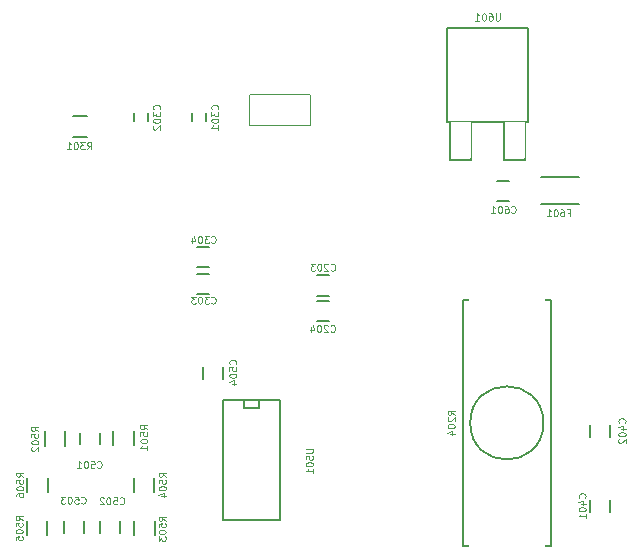
<source format=gbo>
G04 #@! TF.FileFunction,Legend,Bot*
%FSLAX46Y46*%
G04 Gerber Fmt 4.6, Leading zero omitted, Abs format (unit mm)*
G04 Created by KiCad (PCBNEW (2015-01-16 BZR 5376)-product) date 3/6/2015 10:24:15 PM*
%MOMM*%
G01*
G04 APERTURE LIST*
%ADD10C,0.100000*%
%ADD11C,0.150000*%
%ADD12C,0.075000*%
%ADD13O,3.500120X1.699260*%
%ADD14R,1.000000X1.250000*%
%ADD15R,0.750000X0.800000*%
%ADD16R,1.250000X1.000000*%
%ADD17C,2.300000*%
%ADD18R,2.300000X2.300000*%
%ADD19R,0.700000X1.300000*%
%ADD20C,1.524000*%
%ADD21C,1.501140*%
%ADD22R,1.727200X1.727200*%
%ADD23O,1.727200X1.727200*%
%ADD24C,4.064000*%
%ADD25R,6.400000X5.600000*%
%ADD26R,6.400000X5.000000*%
%ADD27R,3.500120X3.500120*%
%ADD28R,1.300000X0.700000*%
%ADD29C,1.724000*%
%ADD30R,1.998980X1.998980*%
%ADD31C,1.998980*%
%ADD32R,1.143000X0.508000*%
%ADD33R,1.651000X3.048000*%
%ADD34R,6.096000X6.096000*%
%ADD35C,3.300000*%
%ADD36R,1.727200X2.032000*%
%ADD37O,1.727200X2.032000*%
%ADD38R,2.540000X2.540000*%
%ADD39C,1.778000*%
%ADD40R,2.032000X2.032000*%
%ADD41O,2.032000X2.032000*%
%ADD42R,1.000000X1.900000*%
G04 APERTURE END LIST*
D10*
D11*
X194962400Y-74814800D02*
X193962400Y-74814800D01*
X193962400Y-73114800D02*
X194962400Y-73114800D01*
X194962400Y-76948400D02*
X193962400Y-76948400D01*
X193962400Y-75248400D02*
X194962400Y-75248400D01*
X184572200Y-60065400D02*
X184572200Y-59365400D01*
X183372200Y-59365400D02*
X183372200Y-60065400D01*
X179720800Y-60065400D02*
X179720800Y-59365400D01*
X178520800Y-59365400D02*
X178520800Y-60065400D01*
X184853200Y-74662400D02*
X183853200Y-74662400D01*
X183853200Y-72962400D02*
X184853200Y-72962400D01*
X184853200Y-72427200D02*
X183853200Y-72427200D01*
X183853200Y-70727200D02*
X184853200Y-70727200D01*
X217082000Y-93108400D02*
X217082000Y-92108400D01*
X218782000Y-92108400D02*
X218782000Y-93108400D01*
X218832800Y-85758400D02*
X218832800Y-86758400D01*
X217132800Y-86758400D02*
X217132800Y-85758400D01*
X175602000Y-86418800D02*
X175602000Y-87418800D01*
X173902000Y-87418800D02*
X173902000Y-86418800D01*
X174488400Y-59602400D02*
X173288400Y-59602400D01*
X173288400Y-61352400D02*
X174488400Y-61352400D01*
X213158000Y-85598000D02*
G75*
G03X213158000Y-85598000I-3100000J0D01*
G01*
X206308000Y-75198000D02*
X206308000Y-95998000D01*
X206308000Y-95998000D02*
X213808000Y-95998000D01*
X213808000Y-95998000D02*
X213808000Y-75198000D01*
X213808000Y-75198000D02*
X206308000Y-75198000D01*
X172530400Y-94886400D02*
X172530400Y-93886400D01*
X174230400Y-93886400D02*
X174230400Y-94886400D01*
X186041400Y-80856200D02*
X186041400Y-81856200D01*
X184341400Y-81856200D02*
X184341400Y-80856200D01*
X176721800Y-86268000D02*
X176721800Y-87468000D01*
X178471800Y-87468000D02*
X178471800Y-86268000D01*
X172680600Y-87518800D02*
X172680600Y-86318800D01*
X170930600Y-86318800D02*
X170930600Y-87518800D01*
X180249800Y-95088000D02*
X180249800Y-93888000D01*
X178499800Y-93888000D02*
X178499800Y-95088000D01*
X180224400Y-91430400D02*
X180224400Y-90230400D01*
X178474400Y-90230400D02*
X178474400Y-91430400D01*
X169406600Y-93888000D02*
X169406600Y-95088000D01*
X171156600Y-95088000D02*
X171156600Y-93888000D01*
X171207400Y-91430400D02*
X171207400Y-90230400D01*
X169457400Y-90230400D02*
X169457400Y-91430400D01*
X209253200Y-65139200D02*
X210253200Y-65139200D01*
X210253200Y-66839200D02*
X209253200Y-66839200D01*
X175629200Y-94937200D02*
X175629200Y-93937200D01*
X177329200Y-93937200D02*
X177329200Y-94937200D01*
X186029600Y-93827600D02*
X190855600Y-93827600D01*
X190855600Y-93827600D02*
X190855600Y-83667600D01*
X190855600Y-83667600D02*
X186029600Y-83667600D01*
X186029600Y-83667600D02*
X186029600Y-93827600D01*
X187807600Y-83667600D02*
X187807600Y-84302600D01*
X187807600Y-84302600D02*
X189077600Y-84302600D01*
X189077600Y-84302600D02*
X189077600Y-83667600D01*
X207035400Y-60147200D02*
X207035400Y-63322200D01*
X207035400Y-63322200D02*
X205257400Y-63322200D01*
X205257400Y-63322200D02*
X205257400Y-60147200D01*
X211607400Y-60147200D02*
X211607400Y-63322200D01*
X211607400Y-63322200D02*
X209829400Y-63322200D01*
X209829400Y-63322200D02*
X209829400Y-60147200D01*
X205003400Y-54051200D02*
X205003400Y-60147200D01*
X205003400Y-60147200D02*
X211861400Y-60147200D01*
X211861400Y-60147200D02*
X211861400Y-52273200D01*
X211861400Y-52146200D02*
X205003400Y-52146200D01*
X205003400Y-52273200D02*
X205003400Y-54051200D01*
X193370200Y-57861200D02*
X193370200Y-60401200D01*
X193370200Y-60401200D02*
X188290200Y-60401200D01*
X188290200Y-60401200D02*
X188290200Y-57861200D01*
X188290200Y-57861200D02*
X193370200Y-57861200D01*
X212953800Y-64775000D02*
X216153800Y-64775000D01*
X216153800Y-67051000D02*
X212953800Y-67051000D01*
D12*
X195159229Y-72655086D02*
X195187800Y-72683657D01*
X195273514Y-72712229D01*
X195330657Y-72712229D01*
X195416372Y-72683657D01*
X195473514Y-72626514D01*
X195502086Y-72569371D01*
X195530657Y-72455086D01*
X195530657Y-72369371D01*
X195502086Y-72255086D01*
X195473514Y-72197943D01*
X195416372Y-72140800D01*
X195330657Y-72112229D01*
X195273514Y-72112229D01*
X195187800Y-72140800D01*
X195159229Y-72169371D01*
X194930657Y-72169371D02*
X194902086Y-72140800D01*
X194844943Y-72112229D01*
X194702086Y-72112229D01*
X194644943Y-72140800D01*
X194616372Y-72169371D01*
X194587800Y-72226514D01*
X194587800Y-72283657D01*
X194616372Y-72369371D01*
X194959229Y-72712229D01*
X194587800Y-72712229D01*
X194216371Y-72112229D02*
X194159228Y-72112229D01*
X194102085Y-72140800D01*
X194073514Y-72169371D01*
X194044943Y-72226514D01*
X194016371Y-72340800D01*
X194016371Y-72483657D01*
X194044943Y-72597943D01*
X194073514Y-72655086D01*
X194102085Y-72683657D01*
X194159228Y-72712229D01*
X194216371Y-72712229D01*
X194273514Y-72683657D01*
X194302085Y-72655086D01*
X194330657Y-72597943D01*
X194359228Y-72483657D01*
X194359228Y-72340800D01*
X194330657Y-72226514D01*
X194302085Y-72169371D01*
X194273514Y-72140800D01*
X194216371Y-72112229D01*
X193816371Y-72112229D02*
X193444942Y-72112229D01*
X193644942Y-72340800D01*
X193559228Y-72340800D01*
X193502085Y-72369371D01*
X193473514Y-72397943D01*
X193444942Y-72455086D01*
X193444942Y-72597943D01*
X193473514Y-72655086D01*
X193502085Y-72683657D01*
X193559228Y-72712229D01*
X193730656Y-72712229D01*
X193787799Y-72683657D01*
X193816371Y-72655086D01*
X195133829Y-77836686D02*
X195162400Y-77865257D01*
X195248114Y-77893829D01*
X195305257Y-77893829D01*
X195390972Y-77865257D01*
X195448114Y-77808114D01*
X195476686Y-77750971D01*
X195505257Y-77636686D01*
X195505257Y-77550971D01*
X195476686Y-77436686D01*
X195448114Y-77379543D01*
X195390972Y-77322400D01*
X195305257Y-77293829D01*
X195248114Y-77293829D01*
X195162400Y-77322400D01*
X195133829Y-77350971D01*
X194905257Y-77350971D02*
X194876686Y-77322400D01*
X194819543Y-77293829D01*
X194676686Y-77293829D01*
X194619543Y-77322400D01*
X194590972Y-77350971D01*
X194562400Y-77408114D01*
X194562400Y-77465257D01*
X194590972Y-77550971D01*
X194933829Y-77893829D01*
X194562400Y-77893829D01*
X194190971Y-77293829D02*
X194133828Y-77293829D01*
X194076685Y-77322400D01*
X194048114Y-77350971D01*
X194019543Y-77408114D01*
X193990971Y-77522400D01*
X193990971Y-77665257D01*
X194019543Y-77779543D01*
X194048114Y-77836686D01*
X194076685Y-77865257D01*
X194133828Y-77893829D01*
X194190971Y-77893829D01*
X194248114Y-77865257D01*
X194276685Y-77836686D01*
X194305257Y-77779543D01*
X194333828Y-77665257D01*
X194333828Y-77522400D01*
X194305257Y-77408114D01*
X194276685Y-77350971D01*
X194248114Y-77322400D01*
X194190971Y-77293829D01*
X193476685Y-77493829D02*
X193476685Y-77893829D01*
X193619542Y-77265257D02*
X193762399Y-77693829D01*
X193390971Y-77693829D01*
X185583486Y-59043971D02*
X185612057Y-59015400D01*
X185640629Y-58929686D01*
X185640629Y-58872543D01*
X185612057Y-58786828D01*
X185554914Y-58729686D01*
X185497771Y-58701114D01*
X185383486Y-58672543D01*
X185297771Y-58672543D01*
X185183486Y-58701114D01*
X185126343Y-58729686D01*
X185069200Y-58786828D01*
X185040629Y-58872543D01*
X185040629Y-58929686D01*
X185069200Y-59015400D01*
X185097771Y-59043971D01*
X185040629Y-59243971D02*
X185040629Y-59615400D01*
X185269200Y-59415400D01*
X185269200Y-59501114D01*
X185297771Y-59558257D01*
X185326343Y-59586828D01*
X185383486Y-59615400D01*
X185526343Y-59615400D01*
X185583486Y-59586828D01*
X185612057Y-59558257D01*
X185640629Y-59501114D01*
X185640629Y-59329686D01*
X185612057Y-59272543D01*
X185583486Y-59243971D01*
X185040629Y-59986829D02*
X185040629Y-60043972D01*
X185069200Y-60101115D01*
X185097771Y-60129686D01*
X185154914Y-60158257D01*
X185269200Y-60186829D01*
X185412057Y-60186829D01*
X185526343Y-60158257D01*
X185583486Y-60129686D01*
X185612057Y-60101115D01*
X185640629Y-60043972D01*
X185640629Y-59986829D01*
X185612057Y-59929686D01*
X185583486Y-59901115D01*
X185526343Y-59872543D01*
X185412057Y-59843972D01*
X185269200Y-59843972D01*
X185154914Y-59872543D01*
X185097771Y-59901115D01*
X185069200Y-59929686D01*
X185040629Y-59986829D01*
X185640629Y-60758258D02*
X185640629Y-60415401D01*
X185640629Y-60586829D02*
X185040629Y-60586829D01*
X185126343Y-60529686D01*
X185183486Y-60472544D01*
X185212057Y-60415401D01*
X180655886Y-59043971D02*
X180684457Y-59015400D01*
X180713029Y-58929686D01*
X180713029Y-58872543D01*
X180684457Y-58786828D01*
X180627314Y-58729686D01*
X180570171Y-58701114D01*
X180455886Y-58672543D01*
X180370171Y-58672543D01*
X180255886Y-58701114D01*
X180198743Y-58729686D01*
X180141600Y-58786828D01*
X180113029Y-58872543D01*
X180113029Y-58929686D01*
X180141600Y-59015400D01*
X180170171Y-59043971D01*
X180113029Y-59243971D02*
X180113029Y-59615400D01*
X180341600Y-59415400D01*
X180341600Y-59501114D01*
X180370171Y-59558257D01*
X180398743Y-59586828D01*
X180455886Y-59615400D01*
X180598743Y-59615400D01*
X180655886Y-59586828D01*
X180684457Y-59558257D01*
X180713029Y-59501114D01*
X180713029Y-59329686D01*
X180684457Y-59272543D01*
X180655886Y-59243971D01*
X180113029Y-59986829D02*
X180113029Y-60043972D01*
X180141600Y-60101115D01*
X180170171Y-60129686D01*
X180227314Y-60158257D01*
X180341600Y-60186829D01*
X180484457Y-60186829D01*
X180598743Y-60158257D01*
X180655886Y-60129686D01*
X180684457Y-60101115D01*
X180713029Y-60043972D01*
X180713029Y-59986829D01*
X180684457Y-59929686D01*
X180655886Y-59901115D01*
X180598743Y-59872543D01*
X180484457Y-59843972D01*
X180341600Y-59843972D01*
X180227314Y-59872543D01*
X180170171Y-59901115D01*
X180141600Y-59929686D01*
X180113029Y-59986829D01*
X180170171Y-60415401D02*
X180141600Y-60443972D01*
X180113029Y-60501115D01*
X180113029Y-60643972D01*
X180141600Y-60701115D01*
X180170171Y-60729686D01*
X180227314Y-60758258D01*
X180284457Y-60758258D01*
X180370171Y-60729686D01*
X180713029Y-60386829D01*
X180713029Y-60758258D01*
X185050029Y-75449086D02*
X185078600Y-75477657D01*
X185164314Y-75506229D01*
X185221457Y-75506229D01*
X185307172Y-75477657D01*
X185364314Y-75420514D01*
X185392886Y-75363371D01*
X185421457Y-75249086D01*
X185421457Y-75163371D01*
X185392886Y-75049086D01*
X185364314Y-74991943D01*
X185307172Y-74934800D01*
X185221457Y-74906229D01*
X185164314Y-74906229D01*
X185078600Y-74934800D01*
X185050029Y-74963371D01*
X184850029Y-74906229D02*
X184478600Y-74906229D01*
X184678600Y-75134800D01*
X184592886Y-75134800D01*
X184535743Y-75163371D01*
X184507172Y-75191943D01*
X184478600Y-75249086D01*
X184478600Y-75391943D01*
X184507172Y-75449086D01*
X184535743Y-75477657D01*
X184592886Y-75506229D01*
X184764314Y-75506229D01*
X184821457Y-75477657D01*
X184850029Y-75449086D01*
X184107171Y-74906229D02*
X184050028Y-74906229D01*
X183992885Y-74934800D01*
X183964314Y-74963371D01*
X183935743Y-75020514D01*
X183907171Y-75134800D01*
X183907171Y-75277657D01*
X183935743Y-75391943D01*
X183964314Y-75449086D01*
X183992885Y-75477657D01*
X184050028Y-75506229D01*
X184107171Y-75506229D01*
X184164314Y-75477657D01*
X184192885Y-75449086D01*
X184221457Y-75391943D01*
X184250028Y-75277657D01*
X184250028Y-75134800D01*
X184221457Y-75020514D01*
X184192885Y-74963371D01*
X184164314Y-74934800D01*
X184107171Y-74906229D01*
X183707171Y-74906229D02*
X183335742Y-74906229D01*
X183535742Y-75134800D01*
X183450028Y-75134800D01*
X183392885Y-75163371D01*
X183364314Y-75191943D01*
X183335742Y-75249086D01*
X183335742Y-75391943D01*
X183364314Y-75449086D01*
X183392885Y-75477657D01*
X183450028Y-75506229D01*
X183621456Y-75506229D01*
X183678599Y-75477657D01*
X183707171Y-75449086D01*
X185050029Y-70318286D02*
X185078600Y-70346857D01*
X185164314Y-70375429D01*
X185221457Y-70375429D01*
X185307172Y-70346857D01*
X185364314Y-70289714D01*
X185392886Y-70232571D01*
X185421457Y-70118286D01*
X185421457Y-70032571D01*
X185392886Y-69918286D01*
X185364314Y-69861143D01*
X185307172Y-69804000D01*
X185221457Y-69775429D01*
X185164314Y-69775429D01*
X185078600Y-69804000D01*
X185050029Y-69832571D01*
X184850029Y-69775429D02*
X184478600Y-69775429D01*
X184678600Y-70004000D01*
X184592886Y-70004000D01*
X184535743Y-70032571D01*
X184507172Y-70061143D01*
X184478600Y-70118286D01*
X184478600Y-70261143D01*
X184507172Y-70318286D01*
X184535743Y-70346857D01*
X184592886Y-70375429D01*
X184764314Y-70375429D01*
X184821457Y-70346857D01*
X184850029Y-70318286D01*
X184107171Y-69775429D02*
X184050028Y-69775429D01*
X183992885Y-69804000D01*
X183964314Y-69832571D01*
X183935743Y-69889714D01*
X183907171Y-70004000D01*
X183907171Y-70146857D01*
X183935743Y-70261143D01*
X183964314Y-70318286D01*
X183992885Y-70346857D01*
X184050028Y-70375429D01*
X184107171Y-70375429D01*
X184164314Y-70346857D01*
X184192885Y-70318286D01*
X184221457Y-70261143D01*
X184250028Y-70146857D01*
X184250028Y-70004000D01*
X184221457Y-69889714D01*
X184192885Y-69832571D01*
X184164314Y-69804000D01*
X184107171Y-69775429D01*
X183392885Y-69975429D02*
X183392885Y-70375429D01*
X183535742Y-69746857D02*
X183678599Y-70175429D01*
X183307171Y-70175429D01*
X216673086Y-91936971D02*
X216701657Y-91908400D01*
X216730229Y-91822686D01*
X216730229Y-91765543D01*
X216701657Y-91679828D01*
X216644514Y-91622686D01*
X216587371Y-91594114D01*
X216473086Y-91565543D01*
X216387371Y-91565543D01*
X216273086Y-91594114D01*
X216215943Y-91622686D01*
X216158800Y-91679828D01*
X216130229Y-91765543D01*
X216130229Y-91822686D01*
X216158800Y-91908400D01*
X216187371Y-91936971D01*
X216330229Y-92451257D02*
X216730229Y-92451257D01*
X216101657Y-92308400D02*
X216530229Y-92165543D01*
X216530229Y-92536971D01*
X216130229Y-92879829D02*
X216130229Y-92936972D01*
X216158800Y-92994115D01*
X216187371Y-93022686D01*
X216244514Y-93051257D01*
X216358800Y-93079829D01*
X216501657Y-93079829D01*
X216615943Y-93051257D01*
X216673086Y-93022686D01*
X216701657Y-92994115D01*
X216730229Y-92936972D01*
X216730229Y-92879829D01*
X216701657Y-92822686D01*
X216673086Y-92794115D01*
X216615943Y-92765543D01*
X216501657Y-92736972D01*
X216358800Y-92736972D01*
X216244514Y-92765543D01*
X216187371Y-92794115D01*
X216158800Y-92822686D01*
X216130229Y-92879829D01*
X216730229Y-93651258D02*
X216730229Y-93308401D01*
X216730229Y-93479829D02*
X216130229Y-93479829D01*
X216215943Y-93422686D01*
X216273086Y-93365544D01*
X216301657Y-93308401D01*
X220051286Y-85586971D02*
X220079857Y-85558400D01*
X220108429Y-85472686D01*
X220108429Y-85415543D01*
X220079857Y-85329828D01*
X220022714Y-85272686D01*
X219965571Y-85244114D01*
X219851286Y-85215543D01*
X219765571Y-85215543D01*
X219651286Y-85244114D01*
X219594143Y-85272686D01*
X219537000Y-85329828D01*
X219508429Y-85415543D01*
X219508429Y-85472686D01*
X219537000Y-85558400D01*
X219565571Y-85586971D01*
X219708429Y-86101257D02*
X220108429Y-86101257D01*
X219479857Y-85958400D02*
X219908429Y-85815543D01*
X219908429Y-86186971D01*
X219508429Y-86529829D02*
X219508429Y-86586972D01*
X219537000Y-86644115D01*
X219565571Y-86672686D01*
X219622714Y-86701257D01*
X219737000Y-86729829D01*
X219879857Y-86729829D01*
X219994143Y-86701257D01*
X220051286Y-86672686D01*
X220079857Y-86644115D01*
X220108429Y-86586972D01*
X220108429Y-86529829D01*
X220079857Y-86472686D01*
X220051286Y-86444115D01*
X219994143Y-86415543D01*
X219879857Y-86386972D01*
X219737000Y-86386972D01*
X219622714Y-86415543D01*
X219565571Y-86444115D01*
X219537000Y-86472686D01*
X219508429Y-86529829D01*
X219565571Y-86958401D02*
X219537000Y-86986972D01*
X219508429Y-87044115D01*
X219508429Y-87186972D01*
X219537000Y-87244115D01*
X219565571Y-87272686D01*
X219622714Y-87301258D01*
X219679857Y-87301258D01*
X219765571Y-87272686D01*
X220108429Y-86929829D01*
X220108429Y-87301258D01*
X175398029Y-89368286D02*
X175426600Y-89396857D01*
X175512314Y-89425429D01*
X175569457Y-89425429D01*
X175655172Y-89396857D01*
X175712314Y-89339714D01*
X175740886Y-89282571D01*
X175769457Y-89168286D01*
X175769457Y-89082571D01*
X175740886Y-88968286D01*
X175712314Y-88911143D01*
X175655172Y-88854000D01*
X175569457Y-88825429D01*
X175512314Y-88825429D01*
X175426600Y-88854000D01*
X175398029Y-88882571D01*
X174855172Y-88825429D02*
X175140886Y-88825429D01*
X175169457Y-89111143D01*
X175140886Y-89082571D01*
X175083743Y-89054000D01*
X174940886Y-89054000D01*
X174883743Y-89082571D01*
X174855172Y-89111143D01*
X174826600Y-89168286D01*
X174826600Y-89311143D01*
X174855172Y-89368286D01*
X174883743Y-89396857D01*
X174940886Y-89425429D01*
X175083743Y-89425429D01*
X175140886Y-89396857D01*
X175169457Y-89368286D01*
X174455171Y-88825429D02*
X174398028Y-88825429D01*
X174340885Y-88854000D01*
X174312314Y-88882571D01*
X174283743Y-88939714D01*
X174255171Y-89054000D01*
X174255171Y-89196857D01*
X174283743Y-89311143D01*
X174312314Y-89368286D01*
X174340885Y-89396857D01*
X174398028Y-89425429D01*
X174455171Y-89425429D01*
X174512314Y-89396857D01*
X174540885Y-89368286D01*
X174569457Y-89311143D01*
X174598028Y-89196857D01*
X174598028Y-89054000D01*
X174569457Y-88939714D01*
X174540885Y-88882571D01*
X174512314Y-88854000D01*
X174455171Y-88825429D01*
X173683742Y-89425429D02*
X174026599Y-89425429D01*
X173855171Y-89425429D02*
X173855171Y-88825429D01*
X173912314Y-88911143D01*
X173969456Y-88968286D01*
X174026599Y-88996857D01*
X174534429Y-62425229D02*
X174734429Y-62139514D01*
X174877286Y-62425229D02*
X174877286Y-61825229D01*
X174648714Y-61825229D01*
X174591572Y-61853800D01*
X174563000Y-61882371D01*
X174534429Y-61939514D01*
X174534429Y-62025229D01*
X174563000Y-62082371D01*
X174591572Y-62110943D01*
X174648714Y-62139514D01*
X174877286Y-62139514D01*
X174334429Y-61825229D02*
X173963000Y-61825229D01*
X174163000Y-62053800D01*
X174077286Y-62053800D01*
X174020143Y-62082371D01*
X173991572Y-62110943D01*
X173963000Y-62168086D01*
X173963000Y-62310943D01*
X173991572Y-62368086D01*
X174020143Y-62396657D01*
X174077286Y-62425229D01*
X174248714Y-62425229D01*
X174305857Y-62396657D01*
X174334429Y-62368086D01*
X173591571Y-61825229D02*
X173534428Y-61825229D01*
X173477285Y-61853800D01*
X173448714Y-61882371D01*
X173420143Y-61939514D01*
X173391571Y-62053800D01*
X173391571Y-62196657D01*
X173420143Y-62310943D01*
X173448714Y-62368086D01*
X173477285Y-62396657D01*
X173534428Y-62425229D01*
X173591571Y-62425229D01*
X173648714Y-62396657D01*
X173677285Y-62368086D01*
X173705857Y-62310943D01*
X173734428Y-62196657D01*
X173734428Y-62053800D01*
X173705857Y-61939514D01*
X173677285Y-61882371D01*
X173648714Y-61853800D01*
X173591571Y-61825229D01*
X172820142Y-62425229D02*
X173162999Y-62425229D01*
X172991571Y-62425229D02*
X172991571Y-61825229D01*
X173048714Y-61910943D01*
X173105856Y-61968086D01*
X173162999Y-61996657D01*
X205655829Y-84901171D02*
X205370114Y-84701171D01*
X205655829Y-84558314D02*
X205055829Y-84558314D01*
X205055829Y-84786886D01*
X205084400Y-84844028D01*
X205112971Y-84872600D01*
X205170114Y-84901171D01*
X205255829Y-84901171D01*
X205312971Y-84872600D01*
X205341543Y-84844028D01*
X205370114Y-84786886D01*
X205370114Y-84558314D01*
X205112971Y-85129743D02*
X205084400Y-85158314D01*
X205055829Y-85215457D01*
X205055829Y-85358314D01*
X205084400Y-85415457D01*
X205112971Y-85444028D01*
X205170114Y-85472600D01*
X205227257Y-85472600D01*
X205312971Y-85444028D01*
X205655829Y-85101171D01*
X205655829Y-85472600D01*
X205055829Y-85844029D02*
X205055829Y-85901172D01*
X205084400Y-85958315D01*
X205112971Y-85986886D01*
X205170114Y-86015457D01*
X205284400Y-86044029D01*
X205427257Y-86044029D01*
X205541543Y-86015457D01*
X205598686Y-85986886D01*
X205627257Y-85958315D01*
X205655829Y-85901172D01*
X205655829Y-85844029D01*
X205627257Y-85786886D01*
X205598686Y-85758315D01*
X205541543Y-85729743D01*
X205427257Y-85701172D01*
X205284400Y-85701172D01*
X205170114Y-85729743D01*
X205112971Y-85758315D01*
X205084400Y-85786886D01*
X205055829Y-85844029D01*
X205255829Y-86558315D02*
X205655829Y-86558315D01*
X205027257Y-86415458D02*
X205455829Y-86272601D01*
X205455829Y-86644029D01*
X174026429Y-92390886D02*
X174055000Y-92419457D01*
X174140714Y-92448029D01*
X174197857Y-92448029D01*
X174283572Y-92419457D01*
X174340714Y-92362314D01*
X174369286Y-92305171D01*
X174397857Y-92190886D01*
X174397857Y-92105171D01*
X174369286Y-91990886D01*
X174340714Y-91933743D01*
X174283572Y-91876600D01*
X174197857Y-91848029D01*
X174140714Y-91848029D01*
X174055000Y-91876600D01*
X174026429Y-91905171D01*
X173483572Y-91848029D02*
X173769286Y-91848029D01*
X173797857Y-92133743D01*
X173769286Y-92105171D01*
X173712143Y-92076600D01*
X173569286Y-92076600D01*
X173512143Y-92105171D01*
X173483572Y-92133743D01*
X173455000Y-92190886D01*
X173455000Y-92333743D01*
X173483572Y-92390886D01*
X173512143Y-92419457D01*
X173569286Y-92448029D01*
X173712143Y-92448029D01*
X173769286Y-92419457D01*
X173797857Y-92390886D01*
X173083571Y-91848029D02*
X173026428Y-91848029D01*
X172969285Y-91876600D01*
X172940714Y-91905171D01*
X172912143Y-91962314D01*
X172883571Y-92076600D01*
X172883571Y-92219457D01*
X172912143Y-92333743D01*
X172940714Y-92390886D01*
X172969285Y-92419457D01*
X173026428Y-92448029D01*
X173083571Y-92448029D01*
X173140714Y-92419457D01*
X173169285Y-92390886D01*
X173197857Y-92333743D01*
X173226428Y-92219457D01*
X173226428Y-92076600D01*
X173197857Y-91962314D01*
X173169285Y-91905171D01*
X173140714Y-91876600D01*
X173083571Y-91848029D01*
X172683571Y-91848029D02*
X172312142Y-91848029D01*
X172512142Y-92076600D01*
X172426428Y-92076600D01*
X172369285Y-92105171D01*
X172340714Y-92133743D01*
X172312142Y-92190886D01*
X172312142Y-92333743D01*
X172340714Y-92390886D01*
X172369285Y-92419457D01*
X172426428Y-92448029D01*
X172597856Y-92448029D01*
X172654999Y-92419457D01*
X172683571Y-92390886D01*
X187107486Y-80633971D02*
X187136057Y-80605400D01*
X187164629Y-80519686D01*
X187164629Y-80462543D01*
X187136057Y-80376828D01*
X187078914Y-80319686D01*
X187021771Y-80291114D01*
X186907486Y-80262543D01*
X186821771Y-80262543D01*
X186707486Y-80291114D01*
X186650343Y-80319686D01*
X186593200Y-80376828D01*
X186564629Y-80462543D01*
X186564629Y-80519686D01*
X186593200Y-80605400D01*
X186621771Y-80633971D01*
X186564629Y-81176828D02*
X186564629Y-80891114D01*
X186850343Y-80862543D01*
X186821771Y-80891114D01*
X186793200Y-80948257D01*
X186793200Y-81091114D01*
X186821771Y-81148257D01*
X186850343Y-81176828D01*
X186907486Y-81205400D01*
X187050343Y-81205400D01*
X187107486Y-81176828D01*
X187136057Y-81148257D01*
X187164629Y-81091114D01*
X187164629Y-80948257D01*
X187136057Y-80891114D01*
X187107486Y-80862543D01*
X186564629Y-81576829D02*
X186564629Y-81633972D01*
X186593200Y-81691115D01*
X186621771Y-81719686D01*
X186678914Y-81748257D01*
X186793200Y-81776829D01*
X186936057Y-81776829D01*
X187050343Y-81748257D01*
X187107486Y-81719686D01*
X187136057Y-81691115D01*
X187164629Y-81633972D01*
X187164629Y-81576829D01*
X187136057Y-81519686D01*
X187107486Y-81491115D01*
X187050343Y-81462543D01*
X186936057Y-81433972D01*
X186793200Y-81433972D01*
X186678914Y-81462543D01*
X186621771Y-81491115D01*
X186593200Y-81519686D01*
X186564629Y-81576829D01*
X186764629Y-82291115D02*
X187164629Y-82291115D01*
X186536057Y-82148258D02*
X186964629Y-82005401D01*
X186964629Y-82376829D01*
X179620829Y-86145771D02*
X179335114Y-85945771D01*
X179620829Y-85802914D02*
X179020829Y-85802914D01*
X179020829Y-86031486D01*
X179049400Y-86088628D01*
X179077971Y-86117200D01*
X179135114Y-86145771D01*
X179220829Y-86145771D01*
X179277971Y-86117200D01*
X179306543Y-86088628D01*
X179335114Y-86031486D01*
X179335114Y-85802914D01*
X179020829Y-86688628D02*
X179020829Y-86402914D01*
X179306543Y-86374343D01*
X179277971Y-86402914D01*
X179249400Y-86460057D01*
X179249400Y-86602914D01*
X179277971Y-86660057D01*
X179306543Y-86688628D01*
X179363686Y-86717200D01*
X179506543Y-86717200D01*
X179563686Y-86688628D01*
X179592257Y-86660057D01*
X179620829Y-86602914D01*
X179620829Y-86460057D01*
X179592257Y-86402914D01*
X179563686Y-86374343D01*
X179020829Y-87088629D02*
X179020829Y-87145772D01*
X179049400Y-87202915D01*
X179077971Y-87231486D01*
X179135114Y-87260057D01*
X179249400Y-87288629D01*
X179392257Y-87288629D01*
X179506543Y-87260057D01*
X179563686Y-87231486D01*
X179592257Y-87202915D01*
X179620829Y-87145772D01*
X179620829Y-87088629D01*
X179592257Y-87031486D01*
X179563686Y-87002915D01*
X179506543Y-86974343D01*
X179392257Y-86945772D01*
X179249400Y-86945772D01*
X179135114Y-86974343D01*
X179077971Y-87002915D01*
X179049400Y-87031486D01*
X179020829Y-87088629D01*
X179620829Y-87860058D02*
X179620829Y-87517201D01*
X179620829Y-87688629D02*
X179020829Y-87688629D01*
X179106543Y-87631486D01*
X179163686Y-87574344D01*
X179192257Y-87517201D01*
X170400629Y-86272771D02*
X170114914Y-86072771D01*
X170400629Y-85929914D02*
X169800629Y-85929914D01*
X169800629Y-86158486D01*
X169829200Y-86215628D01*
X169857771Y-86244200D01*
X169914914Y-86272771D01*
X170000629Y-86272771D01*
X170057771Y-86244200D01*
X170086343Y-86215628D01*
X170114914Y-86158486D01*
X170114914Y-85929914D01*
X169800629Y-86815628D02*
X169800629Y-86529914D01*
X170086343Y-86501343D01*
X170057771Y-86529914D01*
X170029200Y-86587057D01*
X170029200Y-86729914D01*
X170057771Y-86787057D01*
X170086343Y-86815628D01*
X170143486Y-86844200D01*
X170286343Y-86844200D01*
X170343486Y-86815628D01*
X170372057Y-86787057D01*
X170400629Y-86729914D01*
X170400629Y-86587057D01*
X170372057Y-86529914D01*
X170343486Y-86501343D01*
X169800629Y-87215629D02*
X169800629Y-87272772D01*
X169829200Y-87329915D01*
X169857771Y-87358486D01*
X169914914Y-87387057D01*
X170029200Y-87415629D01*
X170172057Y-87415629D01*
X170286343Y-87387057D01*
X170343486Y-87358486D01*
X170372057Y-87329915D01*
X170400629Y-87272772D01*
X170400629Y-87215629D01*
X170372057Y-87158486D01*
X170343486Y-87129915D01*
X170286343Y-87101343D01*
X170172057Y-87072772D01*
X170029200Y-87072772D01*
X169914914Y-87101343D01*
X169857771Y-87129915D01*
X169829200Y-87158486D01*
X169800629Y-87215629D01*
X169857771Y-87644201D02*
X169829200Y-87672772D01*
X169800629Y-87729915D01*
X169800629Y-87872772D01*
X169829200Y-87929915D01*
X169857771Y-87958486D01*
X169914914Y-87987058D01*
X169972057Y-87987058D01*
X170057771Y-87958486D01*
X170400629Y-87615629D01*
X170400629Y-87987058D01*
X181170229Y-93867371D02*
X180884514Y-93667371D01*
X181170229Y-93524514D02*
X180570229Y-93524514D01*
X180570229Y-93753086D01*
X180598800Y-93810228D01*
X180627371Y-93838800D01*
X180684514Y-93867371D01*
X180770229Y-93867371D01*
X180827371Y-93838800D01*
X180855943Y-93810228D01*
X180884514Y-93753086D01*
X180884514Y-93524514D01*
X180570229Y-94410228D02*
X180570229Y-94124514D01*
X180855943Y-94095943D01*
X180827371Y-94124514D01*
X180798800Y-94181657D01*
X180798800Y-94324514D01*
X180827371Y-94381657D01*
X180855943Y-94410228D01*
X180913086Y-94438800D01*
X181055943Y-94438800D01*
X181113086Y-94410228D01*
X181141657Y-94381657D01*
X181170229Y-94324514D01*
X181170229Y-94181657D01*
X181141657Y-94124514D01*
X181113086Y-94095943D01*
X180570229Y-94810229D02*
X180570229Y-94867372D01*
X180598800Y-94924515D01*
X180627371Y-94953086D01*
X180684514Y-94981657D01*
X180798800Y-95010229D01*
X180941657Y-95010229D01*
X181055943Y-94981657D01*
X181113086Y-94953086D01*
X181141657Y-94924515D01*
X181170229Y-94867372D01*
X181170229Y-94810229D01*
X181141657Y-94753086D01*
X181113086Y-94724515D01*
X181055943Y-94695943D01*
X180941657Y-94667372D01*
X180798800Y-94667372D01*
X180684514Y-94695943D01*
X180627371Y-94724515D01*
X180598800Y-94753086D01*
X180570229Y-94810229D01*
X180570229Y-95210229D02*
X180570229Y-95581658D01*
X180798800Y-95381658D01*
X180798800Y-95467372D01*
X180827371Y-95524515D01*
X180855943Y-95553086D01*
X180913086Y-95581658D01*
X181055943Y-95581658D01*
X181113086Y-95553086D01*
X181141657Y-95524515D01*
X181170229Y-95467372D01*
X181170229Y-95295944D01*
X181141657Y-95238801D01*
X181113086Y-95210229D01*
X181195629Y-90158971D02*
X180909914Y-89958971D01*
X181195629Y-89816114D02*
X180595629Y-89816114D01*
X180595629Y-90044686D01*
X180624200Y-90101828D01*
X180652771Y-90130400D01*
X180709914Y-90158971D01*
X180795629Y-90158971D01*
X180852771Y-90130400D01*
X180881343Y-90101828D01*
X180909914Y-90044686D01*
X180909914Y-89816114D01*
X180595629Y-90701828D02*
X180595629Y-90416114D01*
X180881343Y-90387543D01*
X180852771Y-90416114D01*
X180824200Y-90473257D01*
X180824200Y-90616114D01*
X180852771Y-90673257D01*
X180881343Y-90701828D01*
X180938486Y-90730400D01*
X181081343Y-90730400D01*
X181138486Y-90701828D01*
X181167057Y-90673257D01*
X181195629Y-90616114D01*
X181195629Y-90473257D01*
X181167057Y-90416114D01*
X181138486Y-90387543D01*
X180595629Y-91101829D02*
X180595629Y-91158972D01*
X180624200Y-91216115D01*
X180652771Y-91244686D01*
X180709914Y-91273257D01*
X180824200Y-91301829D01*
X180967057Y-91301829D01*
X181081343Y-91273257D01*
X181138486Y-91244686D01*
X181167057Y-91216115D01*
X181195629Y-91158972D01*
X181195629Y-91101829D01*
X181167057Y-91044686D01*
X181138486Y-91016115D01*
X181081343Y-90987543D01*
X180967057Y-90958972D01*
X180824200Y-90958972D01*
X180709914Y-90987543D01*
X180652771Y-91016115D01*
X180624200Y-91044686D01*
X180595629Y-91101829D01*
X180795629Y-91816115D02*
X181195629Y-91816115D01*
X180567057Y-91673258D02*
X180995629Y-91530401D01*
X180995629Y-91901829D01*
X169079829Y-93816571D02*
X168794114Y-93616571D01*
X169079829Y-93473714D02*
X168479829Y-93473714D01*
X168479829Y-93702286D01*
X168508400Y-93759428D01*
X168536971Y-93788000D01*
X168594114Y-93816571D01*
X168679829Y-93816571D01*
X168736971Y-93788000D01*
X168765543Y-93759428D01*
X168794114Y-93702286D01*
X168794114Y-93473714D01*
X168479829Y-94359428D02*
X168479829Y-94073714D01*
X168765543Y-94045143D01*
X168736971Y-94073714D01*
X168708400Y-94130857D01*
X168708400Y-94273714D01*
X168736971Y-94330857D01*
X168765543Y-94359428D01*
X168822686Y-94388000D01*
X168965543Y-94388000D01*
X169022686Y-94359428D01*
X169051257Y-94330857D01*
X169079829Y-94273714D01*
X169079829Y-94130857D01*
X169051257Y-94073714D01*
X169022686Y-94045143D01*
X168479829Y-94759429D02*
X168479829Y-94816572D01*
X168508400Y-94873715D01*
X168536971Y-94902286D01*
X168594114Y-94930857D01*
X168708400Y-94959429D01*
X168851257Y-94959429D01*
X168965543Y-94930857D01*
X169022686Y-94902286D01*
X169051257Y-94873715D01*
X169079829Y-94816572D01*
X169079829Y-94759429D01*
X169051257Y-94702286D01*
X169022686Y-94673715D01*
X168965543Y-94645143D01*
X168851257Y-94616572D01*
X168708400Y-94616572D01*
X168594114Y-94645143D01*
X168536971Y-94673715D01*
X168508400Y-94702286D01*
X168479829Y-94759429D01*
X168479829Y-95502286D02*
X168479829Y-95216572D01*
X168765543Y-95188001D01*
X168736971Y-95216572D01*
X168708400Y-95273715D01*
X168708400Y-95416572D01*
X168736971Y-95473715D01*
X168765543Y-95502286D01*
X168822686Y-95530858D01*
X168965543Y-95530858D01*
X169022686Y-95502286D01*
X169051257Y-95473715D01*
X169079829Y-95416572D01*
X169079829Y-95273715D01*
X169051257Y-95216572D01*
X169022686Y-95188001D01*
X169130629Y-90158971D02*
X168844914Y-89958971D01*
X169130629Y-89816114D02*
X168530629Y-89816114D01*
X168530629Y-90044686D01*
X168559200Y-90101828D01*
X168587771Y-90130400D01*
X168644914Y-90158971D01*
X168730629Y-90158971D01*
X168787771Y-90130400D01*
X168816343Y-90101828D01*
X168844914Y-90044686D01*
X168844914Y-89816114D01*
X168530629Y-90701828D02*
X168530629Y-90416114D01*
X168816343Y-90387543D01*
X168787771Y-90416114D01*
X168759200Y-90473257D01*
X168759200Y-90616114D01*
X168787771Y-90673257D01*
X168816343Y-90701828D01*
X168873486Y-90730400D01*
X169016343Y-90730400D01*
X169073486Y-90701828D01*
X169102057Y-90673257D01*
X169130629Y-90616114D01*
X169130629Y-90473257D01*
X169102057Y-90416114D01*
X169073486Y-90387543D01*
X168530629Y-91101829D02*
X168530629Y-91158972D01*
X168559200Y-91216115D01*
X168587771Y-91244686D01*
X168644914Y-91273257D01*
X168759200Y-91301829D01*
X168902057Y-91301829D01*
X169016343Y-91273257D01*
X169073486Y-91244686D01*
X169102057Y-91216115D01*
X169130629Y-91158972D01*
X169130629Y-91101829D01*
X169102057Y-91044686D01*
X169073486Y-91016115D01*
X169016343Y-90987543D01*
X168902057Y-90958972D01*
X168759200Y-90958972D01*
X168644914Y-90987543D01*
X168587771Y-91016115D01*
X168559200Y-91044686D01*
X168530629Y-91101829D01*
X168530629Y-91816115D02*
X168530629Y-91701829D01*
X168559200Y-91644686D01*
X168587771Y-91616115D01*
X168673486Y-91558972D01*
X168787771Y-91530401D01*
X169016343Y-91530401D01*
X169073486Y-91558972D01*
X169102057Y-91587544D01*
X169130629Y-91644686D01*
X169130629Y-91758972D01*
X169102057Y-91816115D01*
X169073486Y-91844686D01*
X169016343Y-91873258D01*
X168873486Y-91873258D01*
X168816343Y-91844686D01*
X168787771Y-91816115D01*
X168759200Y-91758972D01*
X168759200Y-91644686D01*
X168787771Y-91587544D01*
X168816343Y-91558972D01*
X168873486Y-91530401D01*
X210450029Y-67778286D02*
X210478600Y-67806857D01*
X210564314Y-67835429D01*
X210621457Y-67835429D01*
X210707172Y-67806857D01*
X210764314Y-67749714D01*
X210792886Y-67692571D01*
X210821457Y-67578286D01*
X210821457Y-67492571D01*
X210792886Y-67378286D01*
X210764314Y-67321143D01*
X210707172Y-67264000D01*
X210621457Y-67235429D01*
X210564314Y-67235429D01*
X210478600Y-67264000D01*
X210450029Y-67292571D01*
X209935743Y-67235429D02*
X210050029Y-67235429D01*
X210107172Y-67264000D01*
X210135743Y-67292571D01*
X210192886Y-67378286D01*
X210221457Y-67492571D01*
X210221457Y-67721143D01*
X210192886Y-67778286D01*
X210164314Y-67806857D01*
X210107172Y-67835429D01*
X209992886Y-67835429D01*
X209935743Y-67806857D01*
X209907172Y-67778286D01*
X209878600Y-67721143D01*
X209878600Y-67578286D01*
X209907172Y-67521143D01*
X209935743Y-67492571D01*
X209992886Y-67464000D01*
X210107172Y-67464000D01*
X210164314Y-67492571D01*
X210192886Y-67521143D01*
X210221457Y-67578286D01*
X209507171Y-67235429D02*
X209450028Y-67235429D01*
X209392885Y-67264000D01*
X209364314Y-67292571D01*
X209335743Y-67349714D01*
X209307171Y-67464000D01*
X209307171Y-67606857D01*
X209335743Y-67721143D01*
X209364314Y-67778286D01*
X209392885Y-67806857D01*
X209450028Y-67835429D01*
X209507171Y-67835429D01*
X209564314Y-67806857D01*
X209592885Y-67778286D01*
X209621457Y-67721143D01*
X209650028Y-67606857D01*
X209650028Y-67464000D01*
X209621457Y-67349714D01*
X209592885Y-67292571D01*
X209564314Y-67264000D01*
X209507171Y-67235429D01*
X208735742Y-67835429D02*
X209078599Y-67835429D01*
X208907171Y-67835429D02*
X208907171Y-67235429D01*
X208964314Y-67321143D01*
X209021456Y-67378286D01*
X209078599Y-67406857D01*
X177303029Y-92441686D02*
X177331600Y-92470257D01*
X177417314Y-92498829D01*
X177474457Y-92498829D01*
X177560172Y-92470257D01*
X177617314Y-92413114D01*
X177645886Y-92355971D01*
X177674457Y-92241686D01*
X177674457Y-92155971D01*
X177645886Y-92041686D01*
X177617314Y-91984543D01*
X177560172Y-91927400D01*
X177474457Y-91898829D01*
X177417314Y-91898829D01*
X177331600Y-91927400D01*
X177303029Y-91955971D01*
X176760172Y-91898829D02*
X177045886Y-91898829D01*
X177074457Y-92184543D01*
X177045886Y-92155971D01*
X176988743Y-92127400D01*
X176845886Y-92127400D01*
X176788743Y-92155971D01*
X176760172Y-92184543D01*
X176731600Y-92241686D01*
X176731600Y-92384543D01*
X176760172Y-92441686D01*
X176788743Y-92470257D01*
X176845886Y-92498829D01*
X176988743Y-92498829D01*
X177045886Y-92470257D01*
X177074457Y-92441686D01*
X176360171Y-91898829D02*
X176303028Y-91898829D01*
X176245885Y-91927400D01*
X176217314Y-91955971D01*
X176188743Y-92013114D01*
X176160171Y-92127400D01*
X176160171Y-92270257D01*
X176188743Y-92384543D01*
X176217314Y-92441686D01*
X176245885Y-92470257D01*
X176303028Y-92498829D01*
X176360171Y-92498829D01*
X176417314Y-92470257D01*
X176445885Y-92441686D01*
X176474457Y-92384543D01*
X176503028Y-92270257D01*
X176503028Y-92127400D01*
X176474457Y-92013114D01*
X176445885Y-91955971D01*
X176417314Y-91927400D01*
X176360171Y-91898829D01*
X175931599Y-91955971D02*
X175903028Y-91927400D01*
X175845885Y-91898829D01*
X175703028Y-91898829D01*
X175645885Y-91927400D01*
X175617314Y-91955971D01*
X175588742Y-92013114D01*
X175588742Y-92070257D01*
X175617314Y-92155971D01*
X175960171Y-92498829D01*
X175588742Y-92498829D01*
X193041629Y-87769828D02*
X193527343Y-87769828D01*
X193584486Y-87798400D01*
X193613057Y-87826971D01*
X193641629Y-87884114D01*
X193641629Y-87998400D01*
X193613057Y-88055542D01*
X193584486Y-88084114D01*
X193527343Y-88112685D01*
X193041629Y-88112685D01*
X193041629Y-88684113D02*
X193041629Y-88398399D01*
X193327343Y-88369828D01*
X193298771Y-88398399D01*
X193270200Y-88455542D01*
X193270200Y-88598399D01*
X193298771Y-88655542D01*
X193327343Y-88684113D01*
X193384486Y-88712685D01*
X193527343Y-88712685D01*
X193584486Y-88684113D01*
X193613057Y-88655542D01*
X193641629Y-88598399D01*
X193641629Y-88455542D01*
X193613057Y-88398399D01*
X193584486Y-88369828D01*
X193041629Y-89084114D02*
X193041629Y-89141257D01*
X193070200Y-89198400D01*
X193098771Y-89226971D01*
X193155914Y-89255542D01*
X193270200Y-89284114D01*
X193413057Y-89284114D01*
X193527343Y-89255542D01*
X193584486Y-89226971D01*
X193613057Y-89198400D01*
X193641629Y-89141257D01*
X193641629Y-89084114D01*
X193613057Y-89026971D01*
X193584486Y-88998400D01*
X193527343Y-88969828D01*
X193413057Y-88941257D01*
X193270200Y-88941257D01*
X193155914Y-88969828D01*
X193098771Y-88998400D01*
X193070200Y-89026971D01*
X193041629Y-89084114D01*
X193641629Y-89855543D02*
X193641629Y-89512686D01*
X193641629Y-89684114D02*
X193041629Y-89684114D01*
X193127343Y-89626971D01*
X193184486Y-89569829D01*
X193213057Y-89512686D01*
X209460972Y-50928629D02*
X209460972Y-51414343D01*
X209432400Y-51471486D01*
X209403829Y-51500057D01*
X209346686Y-51528629D01*
X209232400Y-51528629D01*
X209175258Y-51500057D01*
X209146686Y-51471486D01*
X209118115Y-51414343D01*
X209118115Y-50928629D01*
X208575258Y-50928629D02*
X208689544Y-50928629D01*
X208746687Y-50957200D01*
X208775258Y-50985771D01*
X208832401Y-51071486D01*
X208860972Y-51185771D01*
X208860972Y-51414343D01*
X208832401Y-51471486D01*
X208803829Y-51500057D01*
X208746687Y-51528629D01*
X208632401Y-51528629D01*
X208575258Y-51500057D01*
X208546687Y-51471486D01*
X208518115Y-51414343D01*
X208518115Y-51271486D01*
X208546687Y-51214343D01*
X208575258Y-51185771D01*
X208632401Y-51157200D01*
X208746687Y-51157200D01*
X208803829Y-51185771D01*
X208832401Y-51214343D01*
X208860972Y-51271486D01*
X208146686Y-50928629D02*
X208089543Y-50928629D01*
X208032400Y-50957200D01*
X208003829Y-50985771D01*
X207975258Y-51042914D01*
X207946686Y-51157200D01*
X207946686Y-51300057D01*
X207975258Y-51414343D01*
X208003829Y-51471486D01*
X208032400Y-51500057D01*
X208089543Y-51528629D01*
X208146686Y-51528629D01*
X208203829Y-51500057D01*
X208232400Y-51471486D01*
X208260972Y-51414343D01*
X208289543Y-51300057D01*
X208289543Y-51157200D01*
X208260972Y-51042914D01*
X208232400Y-50985771D01*
X208203829Y-50957200D01*
X208146686Y-50928629D01*
X207375257Y-51528629D02*
X207718114Y-51528629D01*
X207546686Y-51528629D02*
X207546686Y-50928629D01*
X207603829Y-51014343D01*
X207660971Y-51071486D01*
X207718114Y-51100057D01*
X215223629Y-67800543D02*
X215423629Y-67800543D01*
X215423629Y-68114829D02*
X215423629Y-67514829D01*
X215137915Y-67514829D01*
X214652200Y-67514829D02*
X214766486Y-67514829D01*
X214823629Y-67543400D01*
X214852200Y-67571971D01*
X214909343Y-67657686D01*
X214937914Y-67771971D01*
X214937914Y-68000543D01*
X214909343Y-68057686D01*
X214880771Y-68086257D01*
X214823629Y-68114829D01*
X214709343Y-68114829D01*
X214652200Y-68086257D01*
X214623629Y-68057686D01*
X214595057Y-68000543D01*
X214595057Y-67857686D01*
X214623629Y-67800543D01*
X214652200Y-67771971D01*
X214709343Y-67743400D01*
X214823629Y-67743400D01*
X214880771Y-67771971D01*
X214909343Y-67800543D01*
X214937914Y-67857686D01*
X214223628Y-67514829D02*
X214166485Y-67514829D01*
X214109342Y-67543400D01*
X214080771Y-67571971D01*
X214052200Y-67629114D01*
X214023628Y-67743400D01*
X214023628Y-67886257D01*
X214052200Y-68000543D01*
X214080771Y-68057686D01*
X214109342Y-68086257D01*
X214166485Y-68114829D01*
X214223628Y-68114829D01*
X214280771Y-68086257D01*
X214309342Y-68057686D01*
X214337914Y-68000543D01*
X214366485Y-67886257D01*
X214366485Y-67743400D01*
X214337914Y-67629114D01*
X214309342Y-67571971D01*
X214280771Y-67543400D01*
X214223628Y-67514829D01*
X213452199Y-68114829D02*
X213795056Y-68114829D01*
X213623628Y-68114829D02*
X213623628Y-67514829D01*
X213680771Y-67600543D01*
X213737913Y-67657686D01*
X213795056Y-67686257D01*
%LPC*%
D13*
X202819000Y-74930000D03*
X202819000Y-77470000D03*
X202819000Y-72390000D03*
D14*
X193462400Y-73964800D03*
X195462400Y-73964800D03*
X193462400Y-76098400D03*
X195462400Y-76098400D03*
D15*
X183972200Y-60465400D03*
X183972200Y-58965400D03*
X179120800Y-60465400D03*
X179120800Y-58965400D03*
D14*
X183353200Y-73812400D03*
X185353200Y-73812400D03*
X183353200Y-71577200D03*
X185353200Y-71577200D03*
D16*
X217932000Y-91608400D03*
X217932000Y-93608400D03*
X217982800Y-87258400D03*
X217982800Y-85258400D03*
X174752000Y-87918800D03*
X174752000Y-85918800D03*
D17*
X221488000Y-69342000D03*
D18*
X221488000Y-74422000D03*
D19*
X172938400Y-60477400D03*
X174838400Y-60477400D03*
D20*
X174868400Y-57481400D03*
X174868400Y-63981400D03*
X170368400Y-63981400D03*
X170368400Y-57481400D03*
D21*
X184000140Y-62611000D03*
X179118260Y-62611000D03*
D22*
X170637200Y-73660000D03*
D23*
X173177200Y-73660000D03*
X170637200Y-76200000D03*
X173177200Y-76200000D03*
X170637200Y-78740000D03*
X173177200Y-78740000D03*
D24*
X199000000Y-62300000D03*
X199000000Y-87700000D03*
D25*
X210058000Y-76948000D03*
D26*
X210058000Y-94248000D03*
D16*
X173380400Y-93386400D03*
X173380400Y-95386400D03*
X185191400Y-82356200D03*
X185191400Y-80356200D03*
D27*
X214932260Y-61493400D03*
X220931740Y-61493400D03*
X217932000Y-56794400D03*
D22*
X177571400Y-54660800D03*
D23*
X177571400Y-52120800D03*
X180111400Y-54660800D03*
X180111400Y-52120800D03*
X182651400Y-54660800D03*
X182651400Y-52120800D03*
D28*
X177596800Y-87818000D03*
X177596800Y-85918000D03*
X171805600Y-85968800D03*
X171805600Y-87868800D03*
X179374800Y-93538000D03*
X179374800Y-95438000D03*
X179349400Y-89880400D03*
X179349400Y-91780400D03*
X170281600Y-95438000D03*
X170281600Y-93538000D03*
X170332400Y-89880400D03*
X170332400Y-91780400D03*
D29*
X172150400Y-98178000D03*
X174650400Y-98178000D03*
X177150400Y-98178000D03*
X172150400Y-83678000D03*
X177150400Y-83678000D03*
D14*
X210753200Y-65989200D03*
X208753200Y-65989200D03*
D16*
X176479200Y-93437200D03*
X176479200Y-95437200D03*
D30*
X211023200Y-70078600D03*
D31*
X213563200Y-70078600D03*
D32*
X191617600Y-84937600D03*
X191617600Y-86207600D03*
X191617600Y-87477600D03*
X191617600Y-88747600D03*
X191617600Y-90017600D03*
X191617600Y-91287600D03*
X191617600Y-92557600D03*
X185267600Y-92557600D03*
X185267600Y-91287600D03*
X185267600Y-88747600D03*
X185267600Y-87477600D03*
X185267600Y-86207600D03*
X185267600Y-84937600D03*
X185267600Y-90017600D03*
D33*
X210718400Y-61671200D03*
D34*
X208432400Y-55321200D03*
D33*
X206146400Y-61671200D03*
D22*
X170561000Y-69545200D03*
D23*
X170561000Y-67005200D03*
X173101000Y-69545200D03*
X173101000Y-67005200D03*
D35*
X221970600Y-97358200D03*
X183845200Y-97332800D03*
X171094400Y-52654200D03*
X221919800Y-52654200D03*
D36*
X204419200Y-98450400D03*
D37*
X201879200Y-98450400D03*
X199339200Y-98450400D03*
X196799200Y-98450400D03*
X194259200Y-98450400D03*
X191719200Y-98450400D03*
X189179200Y-98450400D03*
D38*
X192100200Y-59131200D03*
X189560200Y-59131200D03*
D39*
X203631800Y-68046600D03*
X201345800Y-68046600D03*
D40*
X214909400Y-52197000D03*
D41*
X217449400Y-52197000D03*
D42*
X216053800Y-65913000D03*
X213053800Y-65913000D03*
D40*
X219583000Y-80060800D03*
D41*
X222123000Y-80060800D03*
D36*
X186893200Y-52197000D03*
D37*
X189433200Y-52197000D03*
X191973200Y-52197000D03*
X194513200Y-52197000D03*
X197053200Y-52197000D03*
X199593200Y-52197000D03*
X202133200Y-52197000D03*
M02*

</source>
